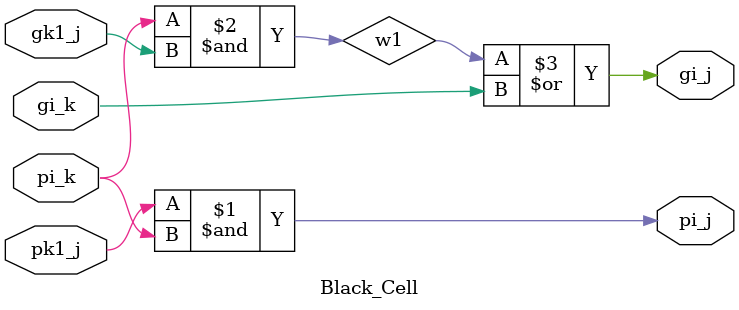
<source format=v>
`timescale 1ns / 1ps

module Black_Cell(input pi_k, pk1_j, gi_k, gk1_j,output pi_j, gi_j);
    wire w1;
    and a1(pi_j, pk1_j, pi_k);
    and a2(w1, pi_k, gk1_j);
    or o1(gi_j, w1, gi_k);
endmodule
</source>
